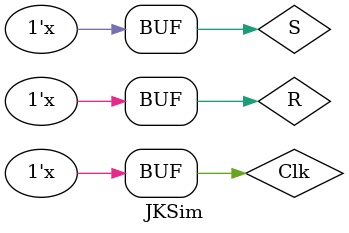
<source format=v>
`timescale 1ns / 1ps


module JKSim();
reg Clk,R,S;
wire [3:0] Q;
initial 
begin
Clk = 0;
R = 0;
S = 1;
end
counter myCounter(Clk,R,S,Q);
always #10 Clk<=~Clk;
always #500 R <= ~R;
always #960 S <= ~S;
endmodule
</source>
